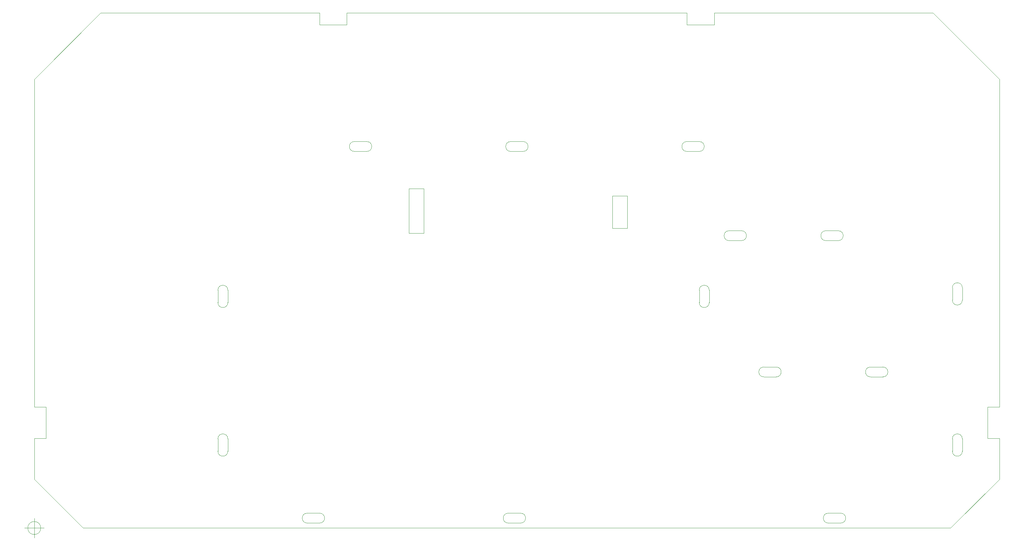
<source format=gbr>
G04 #@! TF.GenerationSoftware,KiCad,Pcbnew,(5.1.4)-1*
G04 #@! TF.CreationDate,2020-12-20T11:18:11+01:00*
G04 #@! TF.ProjectId,JrBoard,4a72426f-6172-4642-9e6b-696361645f70,rev?*
G04 #@! TF.SameCoordinates,Original*
G04 #@! TF.FileFunction,Profile,NP*
%FSLAX46Y46*%
G04 Gerber Fmt 4.6, Leading zero omitted, Abs format (unit mm)*
G04 Created by KiCad (PCBNEW (5.1.4)-1) date 2020-12-20 11:18:11*
%MOMM*%
%LPD*%
G04 APERTURE LIST*
%ADD10C,0.050000*%
G04 APERTURE END LIST*
D10*
X243170000Y-116265000D02*
X239995000Y-116265000D01*
X243170000Y-113725000D02*
G75*
G02X243170000Y-116265000I0J-1270000D01*
G01*
X243170000Y-113725000D02*
X239995000Y-113725000D01*
X239995000Y-116265000D02*
G75*
G02X239995000Y-113725000I0J1270000D01*
G01*
X215865000Y-113725000D02*
X212690000Y-113725000D01*
X212690000Y-116265000D02*
G75*
G02X212690000Y-113725000I0J1270000D01*
G01*
X215865000Y-116265000D02*
X212690000Y-116265000D01*
X215865000Y-113725000D02*
G75*
G02X215865000Y-116265000I0J-1270000D01*
G01*
X231740000Y-78800000D02*
X228565000Y-78800000D01*
X228565000Y-81340000D02*
G75*
G02X228565000Y-78800000I0J1270000D01*
G01*
X231740000Y-81340000D02*
X228565000Y-81340000D01*
X231740000Y-78800000D02*
G75*
G02X231740000Y-81340000I0J-1270000D01*
G01*
X206975000Y-78800000D02*
G75*
G02X206975000Y-81340000I0J-1270000D01*
G01*
X203800000Y-81340000D02*
G75*
G02X203800000Y-78800000I0J1270000D01*
G01*
X206975000Y-81340000D02*
X203800000Y-81340000D01*
X206975000Y-78800000D02*
X203800000Y-78800000D01*
X196180000Y-55940000D02*
G75*
G02X196180000Y-58480000I0J-1270000D01*
G01*
X193005000Y-58480000D02*
G75*
G02X193005000Y-55940000I0J1270000D01*
G01*
X196180000Y-58480000D02*
X193005000Y-58480000D01*
X196180000Y-55940000D02*
X193005000Y-55940000D01*
X151095000Y-55940000D02*
X147920000Y-55940000D01*
X151095000Y-58480000D02*
X147920000Y-58480000D01*
X151095000Y-55940000D02*
G75*
G02X151095000Y-58480000I0J-1270000D01*
G01*
X147920000Y-58480000D02*
G75*
G02X147920000Y-55940000I0J1270000D01*
G01*
X111090000Y-58480000D02*
X107915000Y-58480000D01*
X111090000Y-55940000D02*
G75*
G02X111090000Y-58480000I0J-1270000D01*
G01*
X107915000Y-58480000D02*
G75*
G02X107915000Y-55940000I0J1270000D01*
G01*
X111090000Y-55940000D02*
X107915000Y-55940000D01*
X229200000Y-153730000D02*
G75*
G02X229200000Y-151190000I0J1270000D01*
G01*
X232375000Y-153730000D02*
X229200000Y-153730000D01*
X232375000Y-151190000D02*
G75*
G02X232375000Y-153730000I0J-1270000D01*
G01*
X232375000Y-151190000D02*
X229200000Y-151190000D01*
X150460000Y-153730000D02*
X147285000Y-153730000D01*
X150460000Y-151190000D02*
G75*
G02X150460000Y-153730000I0J-1270000D01*
G01*
X147285000Y-153730000D02*
G75*
G02X147285000Y-151190000I0J1270000D01*
G01*
X150460000Y-151190000D02*
X147285000Y-151190000D01*
X99025000Y-151190000D02*
G75*
G02X99025000Y-153730000I0J-1270000D01*
G01*
X95850000Y-153730000D02*
G75*
G02X95850000Y-151190000I0J1270000D01*
G01*
X99025000Y-151190000D02*
X95850000Y-151190000D01*
X99025000Y-153730000D02*
X95850000Y-153730000D01*
X198720000Y-97215000D02*
G75*
G02X196180000Y-97215000I-1270000J0D01*
G01*
X196180000Y-94040000D02*
G75*
G02X198720000Y-94040000I1270000J0D01*
G01*
X198720000Y-97215000D02*
X198720000Y-94040000D01*
X196180000Y-97215000D02*
X196180000Y-94040000D01*
X260950000Y-96580000D02*
X260950000Y-93405000D01*
X263490000Y-96580000D02*
G75*
G02X260950000Y-96580000I-1270000J0D01*
G01*
X260950000Y-93405000D02*
G75*
G02X263490000Y-93405000I1270000J0D01*
G01*
X263490000Y-96580000D02*
X263490000Y-93405000D01*
X263490000Y-135315000D02*
G75*
G02X260950000Y-135315000I-1270000J0D01*
G01*
X260950000Y-132140000D02*
G75*
G02X263490000Y-132140000I1270000J0D01*
G01*
X263490000Y-135315000D02*
X263490000Y-132140000D01*
X260950000Y-135315000D02*
X260950000Y-132140000D01*
X72990000Y-135315000D02*
X72990000Y-132140000D01*
X75530000Y-135315000D02*
G75*
G02X72990000Y-135315000I-1270000J0D01*
G01*
X72990000Y-132140000D02*
G75*
G02X75530000Y-132140000I1270000J0D01*
G01*
X75530000Y-135315000D02*
X75530000Y-132140000D01*
X75530000Y-97215000D02*
G75*
G02X72990000Y-97215000I-1270000J0D01*
G01*
X72990000Y-94040000D02*
G75*
G02X75530000Y-94040000I1270000J0D01*
G01*
X75530000Y-97215000D02*
X75530000Y-94040000D01*
X72990000Y-97215000D02*
X72990000Y-94040000D01*
X173955000Y-78165000D02*
X173955000Y-69910000D01*
X177765000Y-78165000D02*
X173955000Y-78165000D01*
X177765000Y-69910000D02*
X177765000Y-78165000D01*
X173955000Y-69910000D02*
X177765000Y-69910000D01*
X121885000Y-79435000D02*
X121885000Y-68005000D01*
X125695000Y-79435000D02*
X121885000Y-79435000D01*
X125695000Y-68005000D02*
X125695000Y-79435000D01*
X121885000Y-68005000D02*
X125695000Y-68005000D01*
X273000000Y-132000000D02*
X273000000Y-142500000D01*
X270000000Y-124000000D02*
X273000000Y-124000000D01*
X270000000Y-132000000D02*
X270000000Y-124000000D01*
X273000000Y-132000000D02*
X270000000Y-132000000D01*
X200000000Y-23000000D02*
X256000000Y-23000000D01*
X193000000Y-26000000D02*
X193000000Y-23000000D01*
X200000000Y-26000000D02*
X193000000Y-26000000D01*
X200000000Y-23000000D02*
X200000000Y-26000000D01*
X99000000Y-23000000D02*
X43000000Y-23000000D01*
X106000000Y-26000000D02*
X106000000Y-23000000D01*
X99000000Y-26000000D02*
X106000000Y-26000000D01*
X99000000Y-23000000D02*
X99000000Y-26000000D01*
X26000000Y-132000000D02*
X26000000Y-142500000D01*
X29000000Y-124000000D02*
X26000000Y-124000000D01*
X29000000Y-132000000D02*
X29000000Y-124000000D01*
X26000000Y-132000000D02*
X29000000Y-132000000D01*
X27666666Y-155000000D02*
G75*
G03X27666666Y-155000000I-1666666J0D01*
G01*
X23500000Y-155000000D02*
X28500000Y-155000000D01*
X26000000Y-152500000D02*
X26000000Y-157500000D01*
X273000000Y-40000000D02*
X256000000Y-23000000D01*
X273000000Y-142500000D02*
X260500000Y-155000000D01*
X26000000Y-142500000D02*
X38500000Y-155000000D01*
X26000000Y-40000000D02*
X43000000Y-23000000D01*
X260500000Y-155000000D02*
X38500000Y-155000000D01*
X273000000Y-40000000D02*
X273000000Y-124000000D01*
X106000000Y-23000000D02*
X193000000Y-23000000D01*
X26000000Y-40000000D02*
X26000000Y-124000000D01*
M02*

</source>
